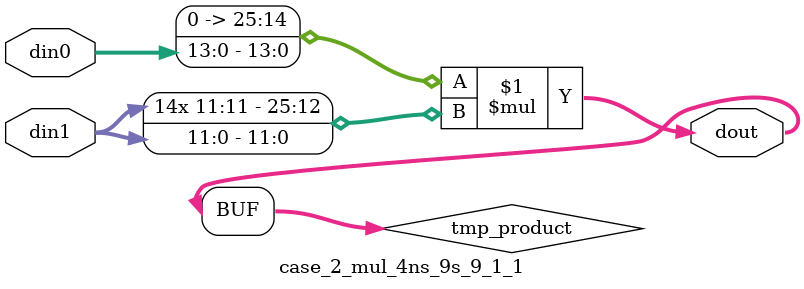
<source format=v>

`timescale 1 ns / 1 ps

 (* use_dsp = "no" *)  module case_2_mul_4ns_9s_9_1_1(din0, din1, dout);
parameter ID = 1;
parameter NUM_STAGE = 0;
parameter din0_WIDTH = 14;
parameter din1_WIDTH = 12;
parameter dout_WIDTH = 26;

input [din0_WIDTH - 1 : 0] din0; 
input [din1_WIDTH - 1 : 0] din1; 
output [dout_WIDTH - 1 : 0] dout;

wire signed [dout_WIDTH - 1 : 0] tmp_product;

























assign tmp_product = $signed({1'b0, din0}) * $signed(din1);










assign dout = tmp_product;





















endmodule

</source>
